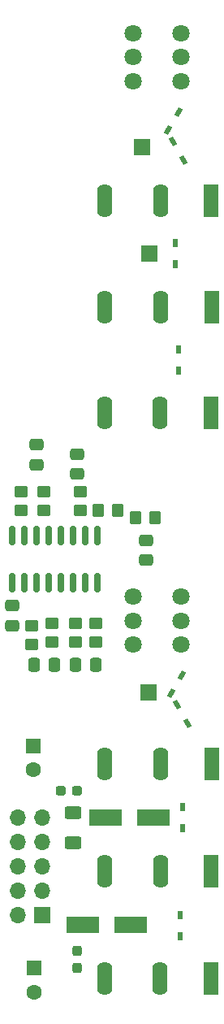
<source format=gbr>
%TF.GenerationSoftware,KiCad,Pcbnew,(6.0.2-0)*%
%TF.CreationDate,2022-07-30T11:22:51+02:00*%
%TF.ProjectId,blindeTaube,626c696e-6465-4546-9175-62652e6b6963,rev?*%
%TF.SameCoordinates,Original*%
%TF.FileFunction,Soldermask,Top*%
%TF.FilePolarity,Negative*%
%FSLAX46Y46*%
G04 Gerber Fmt 4.6, Leading zero omitted, Abs format (unit mm)*
G04 Created by KiCad (PCBNEW (6.0.2-0)) date 2022-07-30 11:22:51*
%MOMM*%
%LPD*%
G01*
G04 APERTURE LIST*
G04 Aperture macros list*
%AMRoundRect*
0 Rectangle with rounded corners*
0 $1 Rounding radius*
0 $2 $3 $4 $5 $6 $7 $8 $9 X,Y pos of 4 corners*
0 Add a 4 corners polygon primitive as box body*
4,1,4,$2,$3,$4,$5,$6,$7,$8,$9,$2,$3,0*
0 Add four circle primitives for the rounded corners*
1,1,$1+$1,$2,$3*
1,1,$1+$1,$4,$5*
1,1,$1+$1,$6,$7*
1,1,$1+$1,$8,$9*
0 Add four rect primitives between the rounded corners*
20,1,$1+$1,$2,$3,$4,$5,0*
20,1,$1+$1,$4,$5,$6,$7,0*
20,1,$1+$1,$6,$7,$8,$9,0*
20,1,$1+$1,$8,$9,$2,$3,0*%
%AMRotRect*
0 Rectangle, with rotation*
0 The origin of the aperture is its center*
0 $1 length*
0 $2 width*
0 $3 Rotation angle, in degrees counterclockwise*
0 Add horizontal line*
21,1,$1,$2,0,0,$3*%
G04 Aperture macros list end*
%ADD10RoundRect,0.250000X-0.475000X0.337500X-0.475000X-0.337500X0.475000X-0.337500X0.475000X0.337500X0*%
%ADD11RoundRect,0.250000X0.450000X-0.350000X0.450000X0.350000X-0.450000X0.350000X-0.450000X-0.350000X0*%
%ADD12R,1.600000X3.500000*%
%ADD13O,1.600000X3.500000*%
%ADD14R,0.500000X0.900000*%
%ADD15R,1.700000X1.700000*%
%ADD16RotRect,0.900000X0.500000X240.000000*%
%ADD17RoundRect,0.150000X-0.150000X0.825000X-0.150000X-0.825000X0.150000X-0.825000X0.150000X0.825000X0*%
%ADD18R,3.500000X1.800000*%
%ADD19RoundRect,0.250000X-0.337500X-0.475000X0.337500X-0.475000X0.337500X0.475000X-0.337500X0.475000X0*%
%ADD20RoundRect,0.250000X-0.450000X0.350000X-0.450000X-0.350000X0.450000X-0.350000X0.450000X0.350000X0*%
%ADD21R,1.600000X1.600000*%
%ADD22C,1.600000*%
%ADD23RoundRect,0.237500X-0.287500X-0.237500X0.287500X-0.237500X0.287500X0.237500X-0.287500X0.237500X0*%
%ADD24RoundRect,0.237500X-0.237500X0.287500X-0.237500X-0.287500X0.237500X-0.287500X0.237500X0.287500X0*%
%ADD25RoundRect,0.250000X-0.350000X-0.450000X0.350000X-0.450000X0.350000X0.450000X-0.350000X0.450000X0*%
%ADD26RotRect,0.900000X0.500000X300.000000*%
%ADD27C,1.800000*%
%ADD28O,1.700000X1.700000*%
%ADD29RoundRect,0.250000X0.337500X0.475000X-0.337500X0.475000X-0.337500X-0.475000X0.337500X-0.475000X0*%
%ADD30RoundRect,0.250000X0.475000X-0.337500X0.475000X0.337500X-0.475000X0.337500X-0.475000X-0.337500X0*%
%ADD31RoundRect,0.250000X0.625000X-0.400000X0.625000X0.400000X-0.625000X0.400000X-0.625000X-0.400000X0*%
G04 APERTURE END LIST*
D10*
%TO.C,C4*%
X59690000Y-86592500D03*
X59690000Y-88667500D03*
%TD*%
%TO.C,C3*%
X63900000Y-87562500D03*
X63900000Y-89637500D03*
%TD*%
D11*
%TO.C,R46*%
X65850000Y-107172000D03*
X65850000Y-105172000D03*
%TD*%
D12*
%TO.C,J5*%
X77900000Y-119850000D03*
D13*
X72600000Y-119850000D03*
X66800000Y-119850000D03*
%TD*%
D14*
%TO.C,D6*%
X74450000Y-76650000D03*
X74450000Y-78850000D03*
%TD*%
D15*
%TO.C,J4*%
X71425000Y-66700000D03*
%TD*%
D16*
%TO.C,D3*%
X74832500Y-110607069D03*
X73732500Y-112512325D03*
%TD*%
D17*
%TO.C,U3*%
X65995000Y-96050000D03*
X64725000Y-96050000D03*
X63455000Y-96050000D03*
X62185000Y-96050000D03*
X60915000Y-96050000D03*
X59645000Y-96050000D03*
X58375000Y-96050000D03*
X57105000Y-96050000D03*
X57105000Y-101000000D03*
X58375000Y-101000000D03*
X59645000Y-101000000D03*
X60915000Y-101000000D03*
X62185000Y-101000000D03*
X63455000Y-101000000D03*
X64725000Y-101000000D03*
X65995000Y-101000000D03*
%TD*%
D18*
%TO.C,D10*%
X71850000Y-125400000D03*
X66850000Y-125400000D03*
%TD*%
D19*
%TO.C,C17*%
X63732500Y-109474000D03*
X65807500Y-109474000D03*
%TD*%
D20*
%TO.C,R16*%
X60375000Y-91450000D03*
X60375000Y-93450000D03*
%TD*%
D21*
%TO.C,C22*%
X59275000Y-117944888D03*
D22*
X59275000Y-120444888D03*
%TD*%
D20*
%TO.C,R45*%
X59175000Y-105425000D03*
X59175000Y-107425000D03*
%TD*%
D11*
%TO.C,R9*%
X58075000Y-93450000D03*
X58075000Y-91450000D03*
%TD*%
D10*
%TO.C,C31*%
X71120000Y-96552500D03*
X71120000Y-98627500D03*
%TD*%
D14*
%TO.C,D5*%
X74100000Y-65600000D03*
X74100000Y-67800000D03*
%TD*%
D23*
%TO.C,L2*%
X62175000Y-122600000D03*
X63925000Y-122600000D03*
%TD*%
D24*
%TO.C,L1*%
X63900000Y-139325000D03*
X63900000Y-141075000D03*
%TD*%
D25*
%TO.C,R41*%
X70000000Y-94200000D03*
X72000000Y-94200000D03*
%TD*%
D12*
%TO.C,J3*%
X77882200Y-131000000D03*
D13*
X72582200Y-131000000D03*
X66782200Y-131000000D03*
%TD*%
D21*
%TO.C,C21*%
X59425000Y-141094888D03*
D22*
X59425000Y-143594888D03*
%TD*%
D26*
%TO.C,D2*%
X73900000Y-55014872D03*
X75000000Y-56920128D03*
%TD*%
D27*
%TO.C,RV1*%
X74725000Y-48700000D03*
X74725000Y-46200000D03*
X74725000Y-43700000D03*
X69725000Y-48700000D03*
X69725000Y-46200000D03*
X69725000Y-43700000D03*
%TD*%
D26*
%TO.C,D4*%
X74258210Y-113689872D03*
X75358210Y-115595128D03*
%TD*%
D15*
%TO.C,J9*%
X70700000Y-55600000D03*
%TD*%
D14*
%TO.C,D7*%
X74900000Y-124350000D03*
X74900000Y-126550000D03*
%TD*%
D15*
%TO.C,J8*%
X71375000Y-112400000D03*
%TD*%
D12*
%TO.C,J7*%
X77850000Y-142200000D03*
D13*
X72550000Y-142200000D03*
X66750000Y-142200000D03*
%TD*%
D27*
%TO.C,RV2*%
X74750000Y-107400000D03*
X74750000Y-104900000D03*
X74750000Y-102400000D03*
X69750000Y-107400000D03*
X69750000Y-104900000D03*
X69750000Y-102400000D03*
%TD*%
D20*
%TO.C,R30*%
X61275000Y-105175000D03*
X61275000Y-107175000D03*
%TD*%
D15*
%TO.C,J13*%
X60203000Y-135631000D03*
D28*
X57663000Y-135631000D03*
X60203000Y-133091000D03*
X57663000Y-133091000D03*
X60203000Y-130551000D03*
X57663000Y-130551000D03*
X60203000Y-128011000D03*
X57663000Y-128011000D03*
X60203000Y-125471000D03*
X57663000Y-125471000D03*
%TD*%
D16*
%TO.C,D1*%
X74507500Y-51897372D03*
X73407500Y-53802628D03*
%TD*%
D29*
%TO.C,C16*%
X61489500Y-109474000D03*
X59414500Y-109474000D03*
%TD*%
D20*
%TO.C,R38*%
X63754000Y-105172000D03*
X63754000Y-107172000D03*
%TD*%
D12*
%TO.C,J2*%
X77882200Y-61200000D03*
D13*
X72582200Y-61200000D03*
X66782200Y-61200000D03*
%TD*%
D18*
%TO.C,D9*%
X69500000Y-136600000D03*
X64500000Y-136600000D03*
%TD*%
D11*
%TO.C,R15*%
X64262000Y-93456000D03*
X64262000Y-91456000D03*
%TD*%
D14*
%TO.C,D8*%
X74600000Y-135550000D03*
X74600000Y-137750000D03*
%TD*%
D12*
%TO.C,J1*%
X77900000Y-72250000D03*
D13*
X72600000Y-72250000D03*
X66800000Y-72250000D03*
%TD*%
D25*
%TO.C,R1*%
X66100000Y-93410000D03*
X68100000Y-93410000D03*
%TD*%
D12*
%TO.C,J6*%
X77832200Y-83300000D03*
D13*
X72532200Y-83300000D03*
X66732200Y-83300000D03*
%TD*%
D30*
%TO.C,C36*%
X57125000Y-105412500D03*
X57125000Y-103337500D03*
%TD*%
D31*
%TO.C,TH1*%
X63500000Y-128050000D03*
X63500000Y-124950000D03*
%TD*%
M02*

</source>
